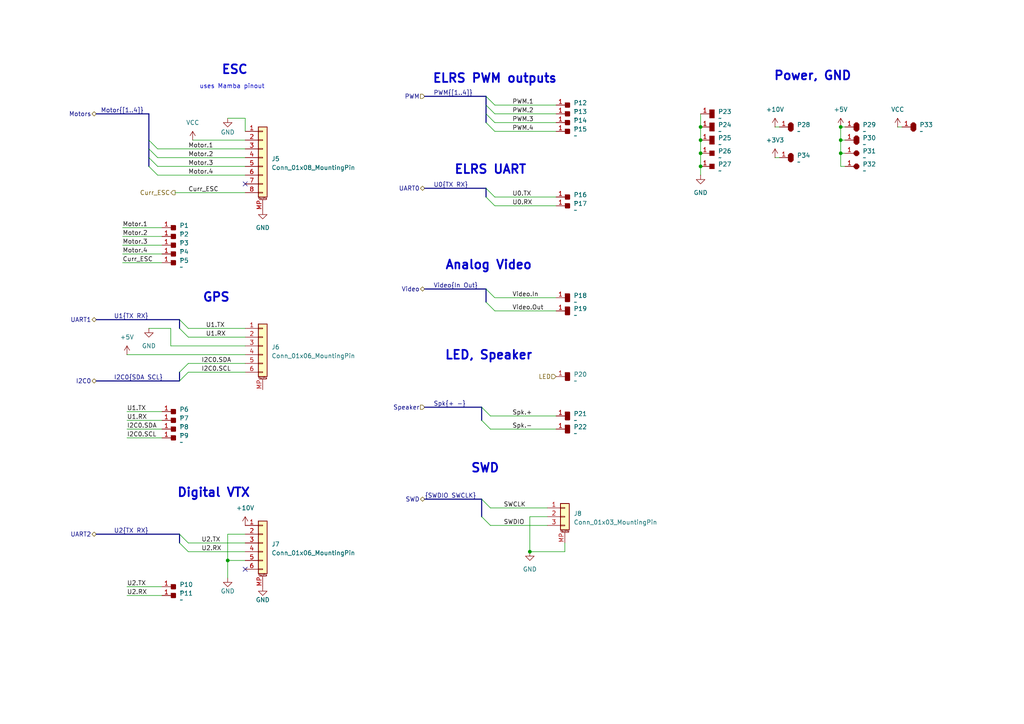
<source format=kicad_sch>
(kicad_sch (version 20231120) (generator "eeschema") (generator_version "8.0")
  (paper "A4")
  (title_block (title "Kolibri FC - External Connections"))
  (lib_symbols
    (symbol "Connector_Generic_MountingPin:Conn_01x03_MountingPin" (pin_names (offset 1.016) hide)
      (property "Reference" "J" (at 0 5.08 0))
      (property "Value" "Conn_01x03_MountingPin" (at 1.27 -5.08 0))
      (symbol "Conn_01x03_MountingPin_1_1"
        (rectangle (start -1.27 -2.413) (end 0 -2.667) (stroke (width 0.1524)))
        (rectangle (start -1.27 0.127) (end 0 -0.127) (stroke (width 0.1524)))
        (rectangle (start -1.27 2.667) (end 0 2.413) (stroke (width 0.1524)))
        (rectangle (start -1.27 3.81) (end 1.27 -3.81) (stroke (width 0.254)) (fill (type background)))
        (polyline (pts (xy -1.016 -4.572) (xy 1.016 -4.572)) (stroke (width 0.1524)))
        (text "Mounting" (at 0 -4.191 0) (effects (font (size 0.381 0.381))))
        (pin passive line (at -5.08 2.54 0) (length 3.81) (name "Pin_1") (number "1"))
        (pin passive line (at -5.08 0 0) (length 3.81) (name "Pin_2") (number "2"))
        (pin passive line (at -5.08 -2.54 0) (length 3.81) (name "Pin_3") (number "3"))
        (pin passive line (at 0 -7.62 90) (length 3.048) (name "MountPin") (number "MP"))
      )
    )
    (symbol "Connector_Generic_MountingPin:Conn_01x06_MountingPin" (pin_names (offset 1.016) hide)
      (property "Reference" "J" (at 0 7.62 0))
      (property "Value" "Conn_01x06_MountingPin" (at 1.27 -10.16 0))
      (symbol "Conn_01x06_MountingPin_1_1"
        (rectangle (start -1.27 -7.493) (end 0 -7.747) (stroke (width 0.1524)))
        (rectangle (start -1.27 -4.953) (end 0 -5.207) (stroke (width 0.1524)))
        (rectangle (start -1.27 -2.413) (end 0 -2.667) (stroke (width 0.1524)))
        (rectangle (start -1.27 0.127) (end 0 -0.127) (stroke (width 0.1524)))
        (rectangle (start -1.27 2.667) (end 0 2.413) (stroke (width 0.1524)))
        (rectangle (start -1.27 5.207) (end 0 4.953) (stroke (width 0.1524)))
        (rectangle (start -1.27 6.35) (end 1.27 -8.89) (stroke (width 0.254)) (fill (type background)))
        (polyline (pts (xy -1.016 -9.652) (xy 1.016 -9.652)) (stroke (width 0.1524)))
        (text "Mounting" (at 0 -9.271 0) (effects (font (size 0.381 0.381))))
        (pin passive line (at -5.08 5.08 0) (length 3.81) (name "Pin_1") (number "1"))
        (pin passive line (at -5.08 2.54 0) (length 3.81) (name "Pin_2") (number "2"))
        (pin passive line (at -5.08 0 0) (length 3.81) (name "Pin_3") (number "3"))
        (pin passive line (at -5.08 -2.54 0) (length 3.81) (name "Pin_4") (number "4"))
        (pin passive line (at -5.08 -5.08 0) (length 3.81) (name "Pin_5") (number "5"))
        (pin passive line (at -5.08 -7.62 0) (length 3.81) (name "Pin_6") (number "6"))
        (pin passive line (at 0 -12.7 90) (length 3.048) (name "MountPin") (number "MP"))
      )
    )
    (symbol "Connector_Generic_MountingPin:Conn_01x08_MountingPin" (pin_names (offset 1.016) hide)
      (property "Reference" "J" (at 0 10.16 0))
      (property "Value" "Conn_01x08_MountingPin" (at 1.27 -12.7 0))
      (symbol "Conn_01x08_MountingPin_1_1"
        (rectangle (start -1.27 -10.033) (end 0 -10.287) (stroke (width 0.1524)))
        (rectangle (start -1.27 -7.493) (end 0 -7.747) (stroke (width 0.1524)))
        (rectangle (start -1.27 -4.953) (end 0 -5.207) (stroke (width 0.1524)))
        (rectangle (start -1.27 -2.413) (end 0 -2.667) (stroke (width 0.1524)))
        (rectangle (start -1.27 0.127) (end 0 -0.127) (stroke (width 0.1524)))
        (rectangle (start -1.27 2.667) (end 0 2.413) (stroke (width 0.1524)))
        (rectangle (start -1.27 5.207) (end 0 4.953) (stroke (width 0.1524)))
        (rectangle (start -1.27 7.747) (end 0 7.493) (stroke (width 0.1524)))
        (rectangle (start -1.27 8.89) (end 1.27 -11.43) (stroke (width 0.254)) (fill (type background)))
        (polyline (pts (xy -1.016 -12.192) (xy 1.016 -12.192)) (stroke (width 0.1524)))
        (text "Mounting" (at 0 -11.811 0) (effects (font (size 0.381 0.381))))
        (pin passive line (at -5.08 7.62 0) (length 3.81) (name "Pin_1") (number "1"))
        (pin passive line (at -5.08 5.08 0) (length 3.81) (name "Pin_2") (number "2"))
        (pin passive line (at -5.08 2.54 0) (length 3.81) (name "Pin_3") (number "3"))
        (pin passive line (at -5.08 0 0) (length 3.81) (name "Pin_4") (number "4"))
        (pin passive line (at -5.08 -2.54 0) (length 3.81) (name "Pin_5") (number "5"))
        (pin passive line (at -5.08 -5.08 0) (length 3.81) (name "Pin_6") (number "6"))
        (pin passive line (at -5.08 -7.62 0) (length 3.81) (name "Pin_7") (number "7"))
        (pin passive line (at -5.08 -10.16 0) (length 3.81) (name "Pin_8") (number "8"))
        (pin passive line (at 0 -15.24 90) (length 3.048) (name "MountPin") (number "MP"))
      )
    )
    (symbol "Kolibri custom:Solder_Pad_octa"
      (property "Reference" "P" (at 0 2.794 0))
      (symbol "Solder_Pad_octa_1_1"
        (polyline (pts (xy 0 0.254) (xy 0.508 0.762) (xy 1.016 0.762) (xy 1.524 0.254) (xy 1.524 -0.254) (xy 1.016 -0.762) (xy 0.508 -0.762) (xy 0 -0.254) (xy 0 0.254)) (fill (type outline)))
        (pin unspecified line (at -2.54 0 0) (length 2.54) (name "") (number "1"))
      )
    )
    (symbol "Kolibri custom:Solder_Pad_octa_dual"
      (property "Reference" "P" (at 0 2.794 0))
      (symbol "Solder_Pad_octa_dual_1_1"
        (polyline (pts (xy 0 0.762) (xy 0.508 1.27) (xy 1.016 1.27) (xy 1.524 0.762) (xy 1.524 -0.762) (xy 1.016 -1.27) (xy 0.508 -1.27) (xy 0 -0.762) (xy 0 0.762)) (fill (type outline)))
        (pin unspecified line (at -2.54 0 0) (length 2.54) (name "") (number "1"))
        (pin unspecified line (at -2.54 0 0) (length 2.54) hide (name "") (number "2"))
      )
    )
    (symbol "Kolibri custom:Solder_Pad_rect"
      (property "Reference" "P" (at 0 2.794 0))
      (symbol "Solder_Pad_rect_1_1"
        (rectangle (start 0 0.762) (end 1.524 -0.762) (stroke (width -0.0001)) (fill (type outline)))
        (pin unspecified line (at -2.54 0 0) (length 2.54) (name "") (number "1"))
      )
    )
    (symbol "Kolibri custom:Solder_Pad_rect_dual"
      (property "Reference" "P" (at 0 2.794 0))
      (symbol "Solder_Pad_rect_dual_1_1"
        (rectangle (start 0 1.27) (end 1.524 -1.27) (stroke (width -0.0001)) (fill (type outline)))
        (pin unspecified line (at -2.54 0 0) (length 2.54) (name "") (number "1"))
        (pin unspecified line (at -2.54 0 0) (length 2.54) hide (name "") (number "2"))
      )
    )
    (symbol "Kolibri custom:Solder_Pad_rounded"
      (property "Reference" "P" (at 0 2.794 0))
      (symbol "Solder_Pad_rounded_1_1"
        (rectangle (start 0.254 0.508) (end 1.27 -0.508) (stroke (width 0.508)) (fill (type outline)))
        (pin unspecified line (at -2.54 0 0) (length 2.54) (name "") (number "1"))
      )
    )
    (symbol "Kolibri custom:Solder_Pad_rounded_dual"
      (property "Reference" "P" (at 0 2.794 0))
      (symbol "Solder_Pad_rounded_dual_1_1"
        (rectangle (start 0.254 1.016) (end 1.27 -1.016) (stroke (width 0.508)) (fill (type outline)))
        (pin unspecified line (at -2.54 0 0) (length 2.54) (name "") (number "1"))
        (pin unspecified line (at -2.54 0 0) (length 2.54) hide (name "") (number "2"))
      )
    )
    (symbol "power:+10V" (power) (pin_numbers hide) (pin_names (offset 0) hide)
      (property "Value" "+10V" (at 0 3.556 0))
      (symbol "+10V_0_1"
        (polyline (pts (xy -0.762 1.27) (xy 0 2.54)))
        (polyline (pts (xy 0 0) (xy 0 2.54)))
        (polyline (pts (xy 0 2.54) (xy 0.762 1.27)))
      )
      (symbol "+10V_1_1"
        (pin power_in line (at 0 0 90) (length 0) (name "~") (number "1"))
      )
    )
    (symbol "power:+3V3" (power) (pin_numbers hide) (pin_names (offset 0) hide)
      (property "Value" "+3V3" (at 0 3.556 0))
      (symbol "+3V3_0_1"
        (polyline (pts (xy -0.762 1.27) (xy 0 2.54)))
        (polyline (pts (xy 0 0) (xy 0 2.54)))
        (polyline (pts (xy 0 2.54) (xy 0.762 1.27)))
      )
      (symbol "+3V3_1_1"
        (pin power_in line (at 0 0 90) (length 0) (name "~") (number "1"))
      )
    )
    (symbol "power:+5V" (power) (pin_numbers hide) (pin_names (offset 0) hide)
      (property "Value" "+5V" (at 0 3.556 0))
      (symbol "+5V_0_1"
        (polyline (pts (xy -0.762 1.27) (xy 0 2.54)))
        (polyline (pts (xy 0 0) (xy 0 2.54)))
        (polyline (pts (xy 0 2.54) (xy 0.762 1.27)))
      )
      (symbol "+5V_1_1"
        (pin power_in line (at 0 0 90) (length 0) (name "~") (number "1"))
      )
    )
    (symbol "power:GND" (power) (pin_numbers hide) (pin_names (offset 0) hide)
      (property "Value" "GND" (at 0 -3.81 0))
      (symbol "GND_0_1"
        (polyline (pts (xy 0 0) (xy 0 -1.27) (xy 1.27 -1.27) (xy 0 -2.54) (xy -1.27 -1.27) (xy 0 -1.27)))
      )
      (symbol "GND_1_1"
        (pin power_in line (at 0 0 270) (length 0) (name "~") (number "1"))
      )
    )
    (symbol "power:VCC" (power) (pin_numbers hide) (pin_names (offset 0) hide)
      (property "Value" "VCC" (at 0 3.556 0))
      (symbol "VCC_0_1"
        (polyline (pts (xy -0.762 1.27) (xy 0 2.54)))
        (polyline (pts (xy 0 0) (xy 0 2.54)))
        (polyline (pts (xy 0 2.54) (xy 0.762 1.27)))
      )
      (symbol "VCC_1_1"
        (pin power_in line (at 0 0 90) (length 0) (name "~") (number "1"))
      )
    )
  )
  (junction (at 203.2 40.64))
  (junction (at 203.2 36.83))
  (junction (at 153.67 160.02))
  (junction (at 203.2 48.26))
  (junction (at 243.84 44.45))
  (junction (at 203.2 44.45))
  (junction (at 243.84 40.64))
  (junction (at 66.04 162.56))
  (junction (at 243.84 36.83))
  (no_connect (at 71.12 165.1))
  (no_connect (at 71.12 53.34))
  (bus_entry (at 52.07 95.25) (size 2.54 2.54))
  (bus_entry (at 140.97 30.48) (size 2.54 2.54))
  (bus_entry (at 140.97 33.02) (size 2.54 2.54))
  (bus_entry (at 43.18 48.26) (size 2.54 2.54))
  (bus_entry (at 52.07 110.49) (size 2.54 -2.54))
  (bus_entry (at 139.7 149.86) (size 2.54 2.54))
  (bus_entry (at 52.07 107.95) (size 2.54 -2.54))
  (bus_entry (at 52.07 157.48) (size 2.54 2.54))
  (bus_entry (at 139.7 121.92) (size 2.54 2.54))
  (bus_entry (at 43.18 45.72) (size 2.54 2.54))
  (bus_entry (at 139.7 144.78) (size 2.54 2.54))
  (bus_entry (at 140.97 87.63) (size 2.54 2.54))
  (bus_entry (at 52.07 92.71) (size 2.54 2.54))
  (bus_entry (at 52.07 154.94) (size 2.54 2.54))
  (bus_entry (at 43.18 43.18) (size 2.54 2.54))
  (bus_entry (at 139.7 118.11) (size 2.54 2.54))
  (bus_entry (at 140.97 57.15) (size 2.54 2.54))
  (bus_entry (at 140.97 54.61) (size 2.54 2.54))
  (bus_entry (at 140.97 83.82) (size 2.54 2.54))
  (bus_entry (at 140.97 35.56) (size 2.54 2.54))
  (bus_entry (at 43.18 40.64) (size 2.54 2.54))
  (bus_entry (at 140.97 27.94) (size 2.54 2.54))
  (wire (pts (xy 36.83 127) (xy 46.99 127)))
  (bus (pts (xy 27.94 110.49) (xy 52.07 110.49)))
  (wire (pts (xy 45.72 43.18) (xy 71.12 43.18)))
  (wire (pts (xy 203.2 40.64) (xy 203.2 44.45)))
  (wire (pts (xy 163.83 157.48) (xy 163.83 160.02)))
  (wire (pts (xy 142.24 152.4) (xy 158.75 152.4)))
  (wire (pts (xy 143.51 35.56) (xy 161.29 35.56)))
  (wire (pts (xy 43.18 95.25) (xy 49.53 95.25)))
  (wire (pts (xy 158.75 149.86) (xy 153.67 149.86)))
  (wire (pts (xy 49.53 100.33) (xy 49.53 95.25)))
  (bus (pts (xy 43.18 40.64) (xy 43.18 43.18)))
  (wire (pts (xy 143.51 90.17) (xy 161.29 90.17)))
  (wire (pts (xy 66.04 162.56) (xy 71.12 162.56)))
  (wire (pts (xy 243.84 40.64) (xy 245.11 40.64)))
  (wire (pts (xy 243.84 48.26) (xy 245.11 48.26)))
  (wire (pts (xy 36.83 121.92) (xy 46.99 121.92)))
  (wire (pts (xy 45.72 48.26) (xy 71.12 48.26)))
  (bus (pts (xy 52.07 92.71) (xy 52.07 95.25)))
  (bus (pts (xy 123.19 144.78) (xy 139.7 144.78)))
  (bus (pts (xy 27.94 33.02) (xy 43.18 33.02)))
  (wire (pts (xy 36.83 102.87) (xy 71.12 102.87)))
  (wire (pts (xy 71.12 154.94) (xy 66.04 154.94)))
  (wire (pts (xy 36.83 119.38) (xy 46.99 119.38)))
  (wire (pts (xy 243.84 36.83) (xy 243.84 40.64)))
  (wire (pts (xy 243.84 36.83) (xy 245.11 36.83)))
  (bus (pts (xy 43.18 43.18) (xy 43.18 45.72)))
  (wire (pts (xy 224.79 36.83) (xy 226.06 36.83)))
  (wire (pts (xy 54.61 160.02) (xy 71.12 160.02)))
  (wire (pts (xy 260.35 36.83) (xy 261.62 36.83)))
  (wire (pts (xy 143.51 38.1) (xy 161.29 38.1)))
  (bus (pts (xy 140.97 27.94) (xy 140.97 30.48)))
  (wire (pts (xy 71.12 100.33) (xy 49.53 100.33)))
  (wire (pts (xy 50.8 55.88) (xy 71.12 55.88)))
  (wire (pts (xy 66.04 162.56) (xy 66.04 167.64)))
  (wire (pts (xy 36.83 172.72) (xy 46.99 172.72)))
  (bus (pts (xy 139.7 144.78) (xy 139.7 149.86)))
  (wire (pts (xy 143.51 33.02) (xy 161.29 33.02)))
  (wire (pts (xy 142.24 124.46) (xy 161.29 124.46)))
  (wire (pts (xy 71.12 38.1) (xy 71.12 34.29)))
  (bus (pts (xy 43.18 33.02) (xy 43.18 40.64)))
  (wire (pts (xy 35.56 73.66) (xy 46.99 73.66)))
  (bus (pts (xy 27.94 92.71) (xy 52.07 92.71)))
  (wire (pts (xy 35.56 71.12) (xy 46.99 71.12)))
  (wire (pts (xy 55.88 40.64) (xy 71.12 40.64)))
  (wire (pts (xy 143.51 86.36) (xy 161.29 86.36)))
  (wire (pts (xy 54.61 105.41) (xy 71.12 105.41)))
  (wire (pts (xy 243.84 40.64) (xy 243.84 44.45)))
  (wire (pts (xy 36.83 170.18) (xy 46.99 170.18)))
  (bus (pts (xy 140.97 30.48) (xy 140.97 33.02)))
  (bus (pts (xy 123.19 54.61) (xy 140.97 54.61)))
  (wire (pts (xy 243.84 44.45) (xy 245.11 44.45)))
  (wire (pts (xy 142.24 147.32) (xy 158.75 147.32)))
  (bus (pts (xy 43.18 45.72) (xy 43.18 48.26)))
  (wire (pts (xy 54.61 97.79) (xy 71.12 97.79)))
  (wire (pts (xy 45.72 50.8) (xy 71.12 50.8)))
  (wire (pts (xy 54.61 157.48) (xy 71.12 157.48)))
  (bus (pts (xy 123.19 118.11) (xy 139.7 118.11)))
  (wire (pts (xy 66.04 34.29) (xy 71.12 34.29)))
  (wire (pts (xy 54.61 95.25) (xy 71.12 95.25)))
  (bus (pts (xy 52.07 107.95) (xy 52.07 110.49)))
  (wire (pts (xy 153.67 149.86) (xy 153.67 160.02)))
  (wire (pts (xy 203.2 50.8) (xy 203.2 48.26)))
  (bus (pts (xy 27.94 154.94) (xy 52.07 154.94)))
  (wire (pts (xy 35.56 76.2) (xy 46.99 76.2)))
  (bus (pts (xy 139.7 118.11) (xy 139.7 121.92)))
  (wire (pts (xy 163.83 160.02) (xy 153.67 160.02)))
  (wire (pts (xy 203.2 33.02) (xy 203.2 36.83)))
  (wire (pts (xy 203.2 36.83) (xy 203.2 40.64)))
  (wire (pts (xy 203.2 44.45) (xy 203.2 48.26)))
  (wire (pts (xy 35.56 66.04) (xy 46.99 66.04)))
  (wire (pts (xy 45.72 45.72) (xy 71.12 45.72)))
  (bus (pts (xy 140.97 33.02) (xy 140.97 35.56)))
  (wire (pts (xy 36.83 124.46) (xy 46.99 124.46)))
  (bus (pts (xy 52.07 154.94) (xy 52.07 157.48)))
  (bus (pts (xy 140.97 83.82) (xy 140.97 87.63)))
  (wire (pts (xy 35.56 68.58) (xy 46.99 68.58)))
  (wire (pts (xy 143.51 30.48) (xy 161.29 30.48)))
  (bus (pts (xy 123.19 27.94) (xy 140.97 27.94)))
  (wire (pts (xy 224.79 45.72) (xy 226.06 45.72)))
  (wire (pts (xy 54.61 107.95) (xy 71.12 107.95)))
  (wire (pts (xy 143.51 59.69) (xy 161.29 59.69)))
  (bus (pts (xy 140.97 54.61) (xy 140.97 57.15)))
  (wire (pts (xy 66.04 154.94) (xy 66.04 162.56)))
  (wire (pts (xy 243.84 44.45) (xy 243.84 48.26)))
  (wire (pts (xy 142.24 120.65) (xy 161.29 120.65)))
  (bus (pts (xy 123.19 83.82) (xy 140.97 83.82)))
  (wire (pts (xy 143.51 57.15) (xy 161.29 57.15)))
  (text "Power, GND" (at 235.712 22.098 0) (effects (font (size 2.54 2.54) (thickness 0.508) (bold yes))))
  (text "GPS\n" (at 62.738 86.36 0) (effects (font (size 2.54 2.54) (thickness 0.508) (bold yes))))
  (text "LED, Speaker" (at 141.732 103.124 0) (effects (font (size 2.54 2.54) (thickness 0.508) (bold yes))))
  (text "SWD" (at 140.716 135.89 0) (effects (font (size 2.54 2.54) (thickness 0.508) (bold yes))))
  (text "Analog Video" (at 141.732 76.962 0) (effects (font (size 2.54 2.54) (thickness 0.508) (bold yes))))
  (text "ESC" (at 68.072 20.32 0) (effects (font (size 2.54 2.54) (thickness 0.508) (bold yes))))
  (text "uses Mamba pinout" (at 67.31 25.146 0) (effects (font (size 1.27 1.27))))
  (text "ELRS PWM outputs" (at 143.51 22.86 0) (effects (font (size 2.54 2.54) (thickness 0.508) (bold yes))))
  (text "Digital VTX" (at 61.976 143.002 0) (effects (font (size 2.54 2.54) (thickness 0.508) (bold yes))))
  (text "ELRS UART" (at 142.24 49.276 0) (effects (font (size 2.54 2.54) (thickness 0.508) (bold yes))))
  (label "Motor.1" (at 35.56 66.04 0))
  (label "Motor.2" (at 35.56 68.58 0))
  (label "Curr_ESC" (at 54.61 55.88 0))
  (label "PWM{[1..4]}" (at 125.73 27.94 0))
  (label "Motor.1" (at 54.61 43.18 0))
  (label "PWM.1" (at 148.59 30.48 0))
  (label "PWM.3" (at 148.59 35.56 0))
  (label "U1.RX" (at 59.69 97.79 0))
  (label "Spk.+" (at 148.59 120.65 0))
  (label "Curr_ESC" (at 35.56 76.2 0))
  (label "U2.RX" (at 58.42 160.02 0))
  (label "U0.RX" (at 148.59 59.69 0))
  (label "U2.RX" (at 36.83 172.72 0))
  (label "I2C0.SCL" (at 36.83 127 0))
  (label "I2C0.SDA" (at 36.83 124.46 0))
  (label "I2C0{SDA SCL}" (at 33.02 110.49 0))
  (label "PWM.2" (at 148.59 33.02 0))
  (label "U1{TX RX}" (at 33.02 92.71 0))
  (label "Video.Out" (at 148.59 90.17 0))
  (label "Motor{[1..4]}" (at 29.21 33.02 0))
  (label "Motor.2" (at 54.61 45.72 0))
  (label "Spk{+ -}" (at 125.73 118.11 0))
  (label "Motor.4" (at 54.61 50.8 0))
  (label "U1.TX" (at 59.69 95.25 0))
  (label "U1.TX" (at 36.83 119.38 0))
  (label "U0.TX" (at 148.59 57.15 0))
  (label "U2.TX" (at 36.83 170.18 0))
  (label "Motor.4" (at 35.56 73.66 0))
  (label "U0{TX RX}" (at 125.73 54.61 0))
  (label "PWM.4" (at 148.59 38.1 0))
  (label "U1.RX" (at 36.83 121.92 0))
  (label "Spk.-" (at 148.59 124.46 0))
  (label "U2.TX" (at 58.42 157.48 0))
  (label "{SWDIO SWCLK}" (at 123.19 144.78 0))
  (label "Video.In" (at 148.59 86.36 0))
  (label "U2{TX RX}" (at 33.02 154.94 0))
  (label "I2C0.SDA" (at 58.42 105.41 0))
  (label "Motor.3" (at 54.61 48.26 0))
  (label "I2C0.SCL" (at 58.42 107.95 0))
  (label "Motor.3" (at 35.56 71.12 0))
  (label "Video{In Out}" (at 125.73 83.82 0))
  (label "SWDIO" (at 146.05 152.4 0))
  (label "SWCLK" (at 146.05 147.32 0))
  (hierarchical_label "SWD" (shape bidirectional) (at 123.19 144.78 180))
  (hierarchical_label "UART1" (shape bidirectional) (at 27.94 92.71 180))
  (hierarchical_label "UART2" (shape bidirectional) (at 27.94 154.94 180))
  (hierarchical_label "UART0" (shape bidirectional) (at 123.19 54.61 180))
  (hierarchical_label "Curr_ESC" (shape output) (at 50.8 55.88 180))
  (hierarchical_label "PWM" (shape input) (at 123.19 27.94 180))
  (hierarchical_label "Motors" (shape bidirectional) (at 27.94 33.02 180))
  (hierarchical_label "I2C0" (shape bidirectional) (at 27.94 110.49 180))
  (hierarchical_label "Video" (shape bidirectional) (at 123.19 83.82 180))
  (hierarchical_label "LED" (shape input) (at 161.29 109.22 180))
  (hierarchical_label "Speaker" (shape input) (at 123.19 118.11 180))
  (symbol (lib_id "Kolibri custom:Solder_Pad_rounded") (at 49.53 68.58 0) (unit 1)
    (property "Reference" "P2" (at 52.07 67.9449 0) (effects (justify left)))
    (property "Value" "~" (at 52.07 69.85 0) (effects (justify left)))
    (property "Footprint" "Kolibri custom:Solder_Pad_rounded" (effects (hide yes)))
  )
  (symbol (lib_id "Kolibri custom:Solder_Pad_rounded") (at 163.83 35.56 0) (unit 1)
    (property "Reference" "P14" (at 166.37 34.9249 0) (effects (justify left)))
    (property "Value" "~" (at 166.37 36.83 0) (effects (justify left)))
    (property "Footprint" "Kolibri custom:Solder_Pad_rounded" (effects (hide yes)))
  )
  (symbol (lib_id "Kolibri custom:Solder_Pad_rounded_dual") (at 163.83 109.22 0) (unit 1)
    (property "Reference" "P20" (at 166.37 108.5849 0) (effects (justify left)))
    (property "Value" "~" (at 166.37 110.49 0) (effects (justify left)))
    (property "Footprint" "Kolibri custom:Solder_Pad_rounded_dual" (effects (hide yes)))
  )
  (symbol (lib_id "power:+3V3") (at 224.79 45.72 0) (unit 1)
    (property "Reference" "#PWR0129" (effects (hide yes)))
    (property "Value" "+3V3" (at 224.79 40.64 0))
    (property "Description" "Power symbol creates a global label with name \"+3V3\"" (effects (hide yes)))
  )
  (symbol (lib_id "power:GND") (at 66.04 34.29 0) (unit 1)
    (property "Reference" "#PWR0118" (effects (hide yes)))
    (property "Value" "GND" (at 66.04 38.354 0))
    (property "Description" "Power symbol creates a global label with name \"GND\" , ground" (effects (hide yes)))
  )
  (symbol (lib_id "Kolibri custom:Solder_Pad_rounded") (at 163.83 38.1 0) (unit 1)
    (property "Reference" "P15" (at 166.37 37.4649 0) (effects (justify left)))
    (property "Value" "~" (at 166.37 39.37 0) (effects (justify left)))
    (property "Footprint" "Kolibri custom:Solder_Pad_rounded" (effects (hide yes)))
  )
  (symbol (lib_id "Kolibri custom:Solder_Pad_rounded") (at 49.53 124.46 0) (unit 1)
    (property "Reference" "P8" (at 52.07 123.8249 0) (effects (justify left)))
    (property "Value" "~" (at 52.07 125.73 0) (effects (justify left)))
    (property "Footprint" "Kolibri custom:Solder_Pad_rounded" (effects (hide yes)))
  )
  (symbol (lib_id "Kolibri custom:Solder_Pad_rounded_dual") (at 163.83 86.36 0) (unit 1)
    (property "Reference" "P18" (at 166.37 85.7249 0) (effects (justify left)))
    (property "Value" "~" (at 166.37 87.63 0) (effects (justify left)))
    (property "Footprint" "Kolibri custom:Solder_Pad_rounded_dual" (effects (hide yes)))
  )
  (symbol (lib_id "Kolibri custom:Solder_Pad_rounded") (at 49.53 73.66 0) (unit 1)
    (property "Reference" "P4" (at 52.07 73.0249 0) (effects (justify left)))
    (property "Value" "~" (at 52.07 74.93 0) (effects (justify left)))
    (property "Footprint" "Kolibri custom:Solder_Pad_rounded" (effects (hide yes)))
  )
  (symbol (lib_id "power:+10V") (at 224.79 36.83 0) (unit 1)
    (property "Reference" "#PWR0126" (effects (hide yes)))
    (property "Value" "+10V" (at 224.79 31.75 0))
    (property "Description" "Power symbol creates a global label with name \"+10V\"" (effects (hide yes)))
  )
  (symbol (lib_id "Connector_Generic_MountingPin:Conn_01x08_MountingPin") (at 76.2 45.72 0) (unit 1)
    (property "Reference" "J5" (at 78.74 46.0755 0) (effects (justify left)))
    (property "Value" "Conn_01x08_MountingPin" (at 78.74 48.6155 0) (effects (justify left)))
    (property "Footprint" "Connector_JST:JST_SH_SM08B-SRSS-TB_1x08-1MP_P1.00mm_Horizontal" (effects (hide yes)))
    (property "Description" "Generic connectable mounting pin connector, single row, 01x08, script generated (kicad-library-utils/schlib/autogen/connector/)" (effects (hide yes)))
  )
  (symbol (lib_id "power:GND") (at 76.2 170.18 0) (unit 1)
    (property "Reference" "#PWR0122" (effects (hide yes)))
    (property "Value" "GND" (at 76.2 173.99 0))
    (property "Description" "Power symbol creates a global label with name \"GND\" , ground" (effects (hide yes)))
  )
  (symbol (lib_id "Kolibri custom:Solder_Pad_rect") (at 205.74 44.45 0) (unit 1)
    (property "Reference" "P26" (at 208.28 43.8149 0) (effects (justify left)))
    (property "Value" "~" (at 208.28 45.72 0) (effects (justify left)))
    (property "Footprint" "Kolibri custom:Solder_Pad_rect" (effects (hide yes)))
  )
  (symbol (lib_id "Kolibri custom:Solder_Pad_rounded") (at 49.53 172.72 0) (unit 1)
    (property "Reference" "P11" (at 52.07 172.0849 0) (effects (justify left)))
    (property "Value" "~" (at 52.07 173.99 0) (effects (justify left)))
    (property "Footprint" "Kolibri custom:Solder_Pad_rounded" (effects (hide yes)))
  )
  (symbol (lib_id "Kolibri custom:Solder_Pad_rect_dual") (at 205.74 40.64 0) (unit 1)
    (property "Reference" "P25" (at 208.28 40.0049 0) (effects (justify left)))
    (property "Value" "~" (at 208.28 41.91 0) (effects (justify left)))
    (property "Footprint" "Kolibri custom:Solder_Pad_rect_dual" (effects (hide yes)))
  )
  (symbol (lib_id "Kolibri custom:Solder_Pad_rounded") (at 49.53 121.92 0) (unit 1)
    (property "Reference" "P7" (at 52.07 121.2849 0) (effects (justify left)))
    (property "Value" "~" (at 52.07 123.19 0) (effects (justify left)))
    (property "Footprint" "Kolibri custom:Solder_Pad_rounded" (effects (hide yes)))
  )
  (symbol (lib_id "Connector_Generic_MountingPin:Conn_01x03_MountingPin") (at 163.83 149.86 0) (unit 1)
    (property "Reference" "J8" (at 166.37 148.9455 0) (effects (justify left)))
    (property "Value" "Conn_01x03_MountingPin" (at 166.37 151.4855 0) (effects (justify left)))
    (property "Footprint" "Connector_JST:JST_SH_SM03B-SRSS-TB_1x03-1MP_P1.00mm_Horizontal" (effects (hide yes)))
    (property "Description" "Generic connectable mounting pin connector, single row, 01x03, script generated (kicad-library-utils/schlib/autogen/connector/)" (effects (hide yes)))
  )
  (symbol (lib_id "Kolibri custom:Solder_Pad_octa") (at 247.65 44.45 0) (unit 1)
    (property "Reference" "P31" (at 250.19 43.8149 0) (effects (justify left)))
    (property "Value" "~" (at 250.19 45.72 0) (effects (justify left)))
    (property "Footprint" "Kolibri custom:Solder_Pad_octa" (effects (hide yes)))
  )
  (symbol (lib_id "Kolibri custom:Solder_Pad_rect_dual") (at 205.74 33.02 0) (unit 1)
    (property "Reference" "P23" (at 208.28 32.3849 0) (effects (justify left)))
    (property "Value" "~" (at 208.28 34.29 0) (effects (justify left)))
    (property "Footprint" "Kolibri custom:Solder_Pad_rect_dual" (effects (hide yes)))
  )
  (symbol (lib_id "Connector_Generic_MountingPin:Conn_01x06_MountingPin") (at 76.2 157.48 0) (unit 1)
    (property "Reference" "J7" (at 78.74 157.8355 0) (effects (justify left)))
    (property "Value" "Conn_01x06_MountingPin" (at 78.74 160.3755 0) (effects (justify left)))
    (property "Footprint" "Connector_JST:JST_SH_SM06B-SRSS-TB_1x06-1MP_P1.00mm_Horizontal" (effects (hide yes)))
    (property "Description" "Generic connectable mounting pin connector, single row, 01x06, script generated (kicad-library-utils/schlib/autogen/connector/)" (effects (hide yes)))
  )
  (symbol (lib_id "power:GND") (at 43.18 95.25 0) (unit 1)
    (property "Reference" "#PWR0119" (effects (hide yes)))
    (property "Value" "GND" (at 43.18 100.33 0))
    (property "Description" "Power symbol creates a global label with name \"GND\" , ground" (effects (hide yes)))
  )
  (symbol (lib_id "Kolibri custom:Solder_Pad_rounded") (at 163.83 59.69 0) (unit 1)
    (property "Reference" "P17" (at 166.37 59.0549 0) (effects (justify left)))
    (property "Value" "~" (at 166.37 60.96 0) (effects (justify left)))
    (property "Footprint" "Kolibri custom:Solder_Pad_rounded" (effects (hide yes)))
  )
  (symbol (lib_id "power:GND") (at 76.2 60.96 0) (unit 1)
    (property "Reference" "#PWR0116" (effects (hide yes)))
    (property "Value" "GND" (at 76.2 66.04 0))
    (property "Description" "Power symbol creates a global label with name \"GND\" , ground" (effects (hide yes)))
  )
  (symbol (lib_id "Kolibri custom:Solder_Pad_octa_dual") (at 228.6 36.83 0) (unit 1)
    (property "Reference" "P28" (at 231.14 36.1949 0) (effects (justify left)))
    (property "Value" "~" (at 231.14 38.1 0) (effects (justify left)))
    (property "Footprint" "Kolibri custom:Solder_Pad_octa_dual" (effects (hide yes)))
  )
  (symbol (lib_id "Kolibri custom:Solder_Pad_octa_dual") (at 264.16 36.83 0) (unit 1)
    (property "Reference" "P33" (at 266.7 36.1949 0) (effects (justify left)))
    (property "Value" "~" (at 266.7 38.1 0) (effects (justify left)))
    (property "Footprint" "Kolibri custom:Solder_Pad_octa_dual" (effects (hide yes)))
  )
  (symbol (lib_id "power:GND") (at 66.04 167.64 0) (unit 1)
    (property "Reference" "#PWR0123" (effects (hide yes)))
    (property "Value" "GND" (at 66.04 171.45 0))
    (property "Description" "Power symbol creates a global label with name \"GND\" , ground" (effects (hide yes)))
  )
  (symbol (lib_id "Kolibri custom:Solder_Pad_rect") (at 205.74 48.26 0) (unit 1)
    (property "Reference" "P27" (at 208.28 47.6249 0) (effects (justify left)))
    (property "Value" "~" (at 208.28 49.53 0) (effects (justify left)))
    (property "Footprint" "Kolibri custom:Solder_Pad_rect" (effects (hide yes)))
  )
  (symbol (lib_id "power:+5V") (at 36.83 102.87 0) (unit 1)
    (property "Reference" "#PWR0120" (effects (hide yes)))
    (property "Value" "+5V" (at 36.83 97.79 0))
    (property "Description" "Power symbol creates a global label with name \"+5V\"" (effects (hide yes)))
  )
  (symbol (lib_id "Kolibri custom:Solder_Pad_rounded") (at 163.83 30.48 0) (unit 1)
    (property "Reference" "P12" (at 166.37 29.8449 0) (effects (justify left)))
    (property "Value" "~" (at 166.37 31.75 0) (effects (justify left)))
    (property "Footprint" "Kolibri custom:Solder_Pad_rounded" (effects (hide yes)))
  )
  (symbol (lib_id "Kolibri custom:Solder_Pad_octa_dual") (at 228.6 45.72 0) (unit 1)
    (property "Reference" "P34" (at 231.14 45.0849 0) (effects (justify left)))
    (property "Value" "~" (at 231.14 46.99 0) (effects (justify left)))
    (property "Footprint" "Kolibri custom:Solder_Pad_octa_dual" (effects (hide yes)))
  )
  (symbol (lib_id "Kolibri custom:Solder_Pad_octa_dual") (at 247.65 40.64 0) (unit 1)
    (property "Reference" "P30" (at 250.19 40.0049 0) (effects (justify left)))
    (property "Value" "~" (at 250.19 41.91 0) (effects (justify left)))
    (property "Footprint" "Kolibri custom:Solder_Pad_octa_dual" (effects (hide yes)))
  )
  (symbol (lib_id "power:GND") (at 203.2 50.8 0) (unit 1)
    (property "Reference" "#PWR0125" (effects (hide yes)))
    (property "Value" "GND" (at 203.2 55.88 0))
    (property "Description" "Power symbol creates a global label with name \"GND\" , ground" (effects (hide yes)))
  )
  (symbol (lib_id "Kolibri custom:Solder_Pad_rounded") (at 49.53 127 0) (unit 1)
    (property "Reference" "P9" (at 52.07 126.3649 0) (effects (justify left)))
    (property "Value" "~" (at 52.07 128.27 0) (effects (justify left)))
    (property "Footprint" "Kolibri custom:Solder_Pad_rounded" (effects (hide yes)))
  )
  (symbol (lib_id "power:VCC") (at 55.88 40.64 0) (unit 1)
    (property "Reference" "#PWR0117" (effects (hide yes)))
    (property "Value" "VCC" (at 55.88 35.56 0))
    (property "Description" "Power symbol creates a global label with name \"VCC\"" (effects (hide yes)))
  )
  (symbol (lib_id "Kolibri custom:Solder_Pad_rounded_dual") (at 163.83 90.17 0) (unit 1)
    (property "Reference" "P19" (at 166.37 89.5349 0) (effects (justify left)))
    (property "Value" "~" (at 166.37 91.44 0) (effects (justify left)))
    (property "Footprint" "Kolibri custom:Solder_Pad_rounded_dual" (effects (hide yes)))
  )
  (symbol (lib_id "Kolibri custom:Solder_Pad_rounded_dual") (at 163.83 120.65 0) (unit 1)
    (property "Reference" "P21" (at 166.37 120.0149 0) (effects (justify left)))
    (property "Value" "~" (at 166.37 121.92 0) (effects (justify left)))
    (property "Footprint" "Kolibri custom:Solder_Pad_rounded_dual" (effects (hide yes)))
  )
  (symbol (lib_id "power:VCC") (at 260.35 36.83 0) (unit 1)
    (property "Reference" "#PWR0128" (effects (hide yes)))
    (property "Value" "VCC" (at 260.35 31.75 0))
    (property "Description" "Power symbol creates a global label with name \"VCC\"" (effects (hide yes)))
  )
  (symbol (lib_id "Connector_Generic_MountingPin:Conn_01x06_MountingPin") (at 76.2 100.33 0) (unit 1)
    (property "Reference" "J6" (at 78.74 100.6855 0) (effects (justify left)))
    (property "Value" "Conn_01x06_MountingPin" (at 78.74 103.2255 0) (effects (justify left)))
    (property "Footprint" "Connector_JST:JST_SH_SM06B-SRSS-TB_1x06-1MP_P1.00mm_Horizontal" (effects (hide yes)))
    (property "Description" "Generic connectable mounting pin connector, single row, 01x06, script generated (kicad-library-utils/schlib/autogen/connector/)" (effects (hide yes)))
  )
  (symbol (lib_id "Kolibri custom:Solder_Pad_rect_dual") (at 205.74 36.83 0) (unit 1)
    (property "Reference" "P24" (at 208.28 36.1949 0) (effects (justify left)))
    (property "Value" "~" (at 208.28 38.1 0) (effects (justify left)))
    (property "Footprint" "Kolibri custom:Solder_Pad_rect_dual" (effects (hide yes)))
  )
  (symbol (lib_id "Kolibri custom:Solder_Pad_rounded_dual") (at 163.83 124.46 0) (unit 1)
    (property "Reference" "P22" (at 166.37 123.8249 0) (effects (justify left)))
    (property "Value" "~" (at 166.37 125.73 0) (effects (justify left)))
    (property "Footprint" "Kolibri custom:Solder_Pad_rounded_dual" (effects (hide yes)))
  )
  (symbol (lib_id "power:+10V") (at 71.12 152.4 0) (unit 1)
    (property "Reference" "#PWR0121" (effects (hide yes)))
    (property "Value" "+10V" (at 71.12 147.32 0))
    (property "Description" "Power symbol creates a global label with name \"+10V\"" (effects (hide yes)))
  )
  (symbol (lib_id "Kolibri custom:Solder_Pad_rounded") (at 49.53 76.2 0) (unit 1)
    (property "Reference" "P5" (at 52.07 75.5649 0) (effects (justify left)))
    (property "Value" "~" (at 52.07 77.47 0) (effects (justify left)))
    (property "Footprint" "Kolibri custom:Solder_Pad_rounded" (effects (hide yes)))
  )
  (symbol (lib_id "Kolibri custom:Solder_Pad_rounded") (at 49.53 66.04 0) (unit 1)
    (property "Reference" "P1" (at 52.07 65.4049 0) (effects (justify left)))
    (property "Value" "~" (at 52.07 67.31 0) (effects (justify left)))
    (property "Footprint" "Kolibri custom:Solder_Pad_rounded" (effects (hide yes)))
  )
  (symbol (lib_id "Kolibri custom:Solder_Pad_rounded") (at 163.83 33.02 0) (unit 1)
    (property "Reference" "P13" (at 166.37 32.3849 0) (effects (justify left)))
    (property "Value" "~" (at 166.37 34.29 0) (effects (justify left)))
    (property "Footprint" "Kolibri custom:Solder_Pad_rounded" (effects (hide yes)))
  )
  (symbol (lib_id "power:GND") (at 153.67 160.02 0) (unit 1)
    (property "Reference" "#PWR0124" (effects (hide yes)))
    (property "Value" "GND" (at 153.67 165.1 0))
    (property "Description" "Power symbol creates a global label with name \"GND\" , ground" (effects (hide yes)))
  )
  (symbol (lib_id "Kolibri custom:Solder_Pad_octa_dual") (at 247.65 36.83 0) (unit 1)
    (property "Reference" "P29" (at 250.19 36.1949 0) (effects (justify left)))
    (property "Value" "~" (at 250.19 38.1 0) (effects (justify left)))
    (property "Footprint" "Kolibri custom:Solder_Pad_octa_dual" (effects (hide yes)))
  )
  (symbol (lib_id "Kolibri custom:Solder_Pad_octa") (at 247.65 48.26 0) (unit 1)
    (property "Reference" "P32" (at 250.19 47.6249 0) (effects (justify left)))
    (property "Value" "~" (at 250.19 49.53 0) (effects (justify left)))
    (property "Footprint" "Kolibri custom:Solder_Pad_octa" (effects (hide yes)))
  )
  (symbol (lib_id "Kolibri custom:Solder_Pad_rounded") (at 49.53 71.12 0) (unit 1)
    (property "Reference" "P3" (at 52.07 70.4849 0) (effects (justify left)))
    (property "Value" "~" (at 52.07 72.39 0) (effects (justify left)))
    (property "Footprint" "Kolibri custom:Solder_Pad_rounded" (effects (hide yes)))
  )
  (symbol (lib_id "Kolibri custom:Solder_Pad_rounded") (at 49.53 119.38 0) (unit 1)
    (property "Reference" "P6" (at 52.07 118.7449 0) (effects (justify left)))
    (property "Value" "~" (at 52.07 120.65 0) (effects (justify left)))
    (property "Footprint" "Kolibri custom:Solder_Pad_rounded" (effects (hide yes)))
  )
  (symbol (lib_id "Kolibri custom:Solder_Pad_rounded") (at 163.83 57.15 0) (unit 1)
    (property "Reference" "P16" (at 166.37 56.5149 0) (effects (justify left)))
    (property "Value" "~" (at 166.37 58.42 0) (effects (justify left)))
    (property "Footprint" "Kolibri custom:Solder_Pad_rounded" (effects (hide yes)))
  )
  (symbol (lib_id "Kolibri custom:Solder_Pad_rounded") (at 49.53 170.18 0) (unit 1)
    (property "Reference" "P10" (at 52.07 169.5449 0) (effects (justify left)))
    (property "Value" "~" (at 52.07 171.45 0) (effects (justify left)))
    (property "Footprint" "Kolibri custom:Solder_Pad_rounded" (effects (hide yes)))
  )
  (symbol (lib_id "power:+5V") (at 243.84 36.83 0) (unit 1)
    (property "Reference" "#PWR0127" (effects (hide yes)))
    (property "Value" "+5V" (at 243.84 31.75 0))
    (property "Description" "Power symbol creates a global label with name \"+5V\"" (effects (hide yes)))
  )
)
</source>
